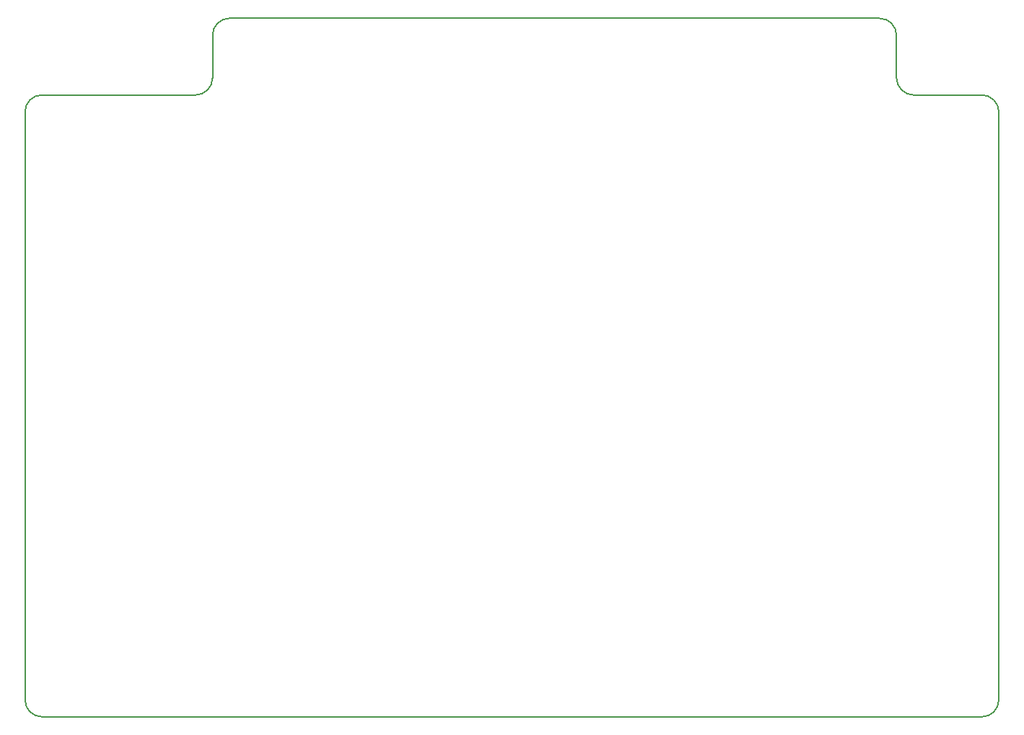
<source format=gbr>
G04 #@! TF.GenerationSoftware,KiCad,Pcbnew,(5.1.2)-2*
G04 #@! TF.CreationDate,2019-10-07T16:48:37+02:00*
G04 #@! TF.ProjectId,vitamins_included,76697461-6d69-46e7-935f-696e636c7564,rev?*
G04 #@! TF.SameCoordinates,Original*
G04 #@! TF.FileFunction,Profile,NP*
%FSLAX46Y46*%
G04 Gerber Fmt 4.6, Leading zero omitted, Abs format (unit mm)*
G04 Created by KiCad (PCBNEW (5.1.2)-2) date 2019-10-07 16:48:37*
%MOMM*%
%LPD*%
G04 APERTURE LIST*
%ADD10C,0.150000*%
G04 APERTURE END LIST*
D10*
X22000000Y-7000000D02*
X22000000Y-2000000D01*
X112250000Y-82000000D02*
X2000000Y-82000000D01*
X24000000Y0D02*
G75*
G03X22000000Y-2000000I0J-2000000D01*
G01*
X20000000Y-9000000D02*
G75*
G03X22000000Y-7000000I0J2000000D01*
G01*
X0Y-80000000D02*
X0Y-11000000D01*
X102250000Y-7000000D02*
G75*
G03X104250000Y-9000000I2000000J0D01*
G01*
X114250000Y-11000000D02*
G75*
G03X112250000Y-9000000I-2000000J0D01*
G01*
X112250000Y-82000000D02*
G75*
G03X114250000Y-80000000I0J2000000D01*
G01*
X102250000Y-7000000D02*
X102250000Y-2000000D01*
X102250000Y-2000000D02*
G75*
G03X100250000Y0I-2000000J0D01*
G01*
X24000000Y0D02*
X100250000Y0D01*
X114250000Y-11000000D02*
X114250000Y-80000000D01*
X104250000Y-9000000D02*
X112250000Y-9000000D01*
X2000000Y-9000000D02*
X20000000Y-9000000D01*
X0Y-80000000D02*
G75*
G03X2000000Y-82000000I2000000J0D01*
G01*
X2000000Y-9000000D02*
G75*
G03X0Y-11000000I0J-2000000D01*
G01*
M02*

</source>
